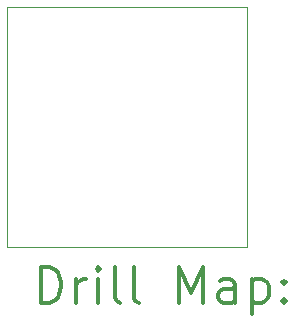
<source format=gbr>
%FSLAX45Y45*%
G04 Gerber Fmt 4.5, Leading zero omitted, Abs format (unit mm)*
G04 Created by KiCad*
%MOMM*%
%LPD*%
G01*
G04 APERTURE LIST*
%TA.AperFunction,Profile*%
%ADD10C,0.050000*%
%TD*%
%ADD11C,0.200000*%
%ADD12C,0.300000*%
G04 APERTURE END LIST*
D10*
X13970000Y-10922000D02*
X13970000Y-8890000D01*
X11938000Y-10922000D02*
X13970000Y-10922000D01*
X11938000Y-8890000D02*
X11938000Y-10922000D01*
X13970000Y-8890000D02*
X11938000Y-8890000D01*
D11*
D12*
X12221928Y-11390214D02*
X12221928Y-11090214D01*
X12293357Y-11090214D01*
X12336214Y-11104500D01*
X12364786Y-11133072D01*
X12379071Y-11161643D01*
X12393357Y-11218786D01*
X12393357Y-11261643D01*
X12379071Y-11318786D01*
X12364786Y-11347357D01*
X12336214Y-11375929D01*
X12293357Y-11390214D01*
X12221928Y-11390214D01*
X12521928Y-11390214D02*
X12521928Y-11190214D01*
X12521928Y-11247357D02*
X12536214Y-11218786D01*
X12550500Y-11204500D01*
X12579071Y-11190214D01*
X12607643Y-11190214D01*
X12707643Y-11390214D02*
X12707643Y-11190214D01*
X12707643Y-11090214D02*
X12693357Y-11104500D01*
X12707643Y-11118786D01*
X12721928Y-11104500D01*
X12707643Y-11090214D01*
X12707643Y-11118786D01*
X12893357Y-11390214D02*
X12864786Y-11375929D01*
X12850500Y-11347357D01*
X12850500Y-11090214D01*
X13050500Y-11390214D02*
X13021928Y-11375929D01*
X13007643Y-11347357D01*
X13007643Y-11090214D01*
X13393357Y-11390214D02*
X13393357Y-11090214D01*
X13493357Y-11304500D01*
X13593357Y-11090214D01*
X13593357Y-11390214D01*
X13864786Y-11390214D02*
X13864786Y-11233071D01*
X13850500Y-11204500D01*
X13821928Y-11190214D01*
X13764786Y-11190214D01*
X13736214Y-11204500D01*
X13864786Y-11375929D02*
X13836214Y-11390214D01*
X13764786Y-11390214D01*
X13736214Y-11375929D01*
X13721928Y-11347357D01*
X13721928Y-11318786D01*
X13736214Y-11290214D01*
X13764786Y-11275929D01*
X13836214Y-11275929D01*
X13864786Y-11261643D01*
X14007643Y-11190214D02*
X14007643Y-11490214D01*
X14007643Y-11204500D02*
X14036214Y-11190214D01*
X14093357Y-11190214D01*
X14121928Y-11204500D01*
X14136214Y-11218786D01*
X14150500Y-11247357D01*
X14150500Y-11333071D01*
X14136214Y-11361643D01*
X14121928Y-11375929D01*
X14093357Y-11390214D01*
X14036214Y-11390214D01*
X14007643Y-11375929D01*
X14279071Y-11361643D02*
X14293357Y-11375929D01*
X14279071Y-11390214D01*
X14264786Y-11375929D01*
X14279071Y-11361643D01*
X14279071Y-11390214D01*
X14279071Y-11204500D02*
X14293357Y-11218786D01*
X14279071Y-11233071D01*
X14264786Y-11218786D01*
X14279071Y-11204500D01*
X14279071Y-11233071D01*
M02*

</source>
